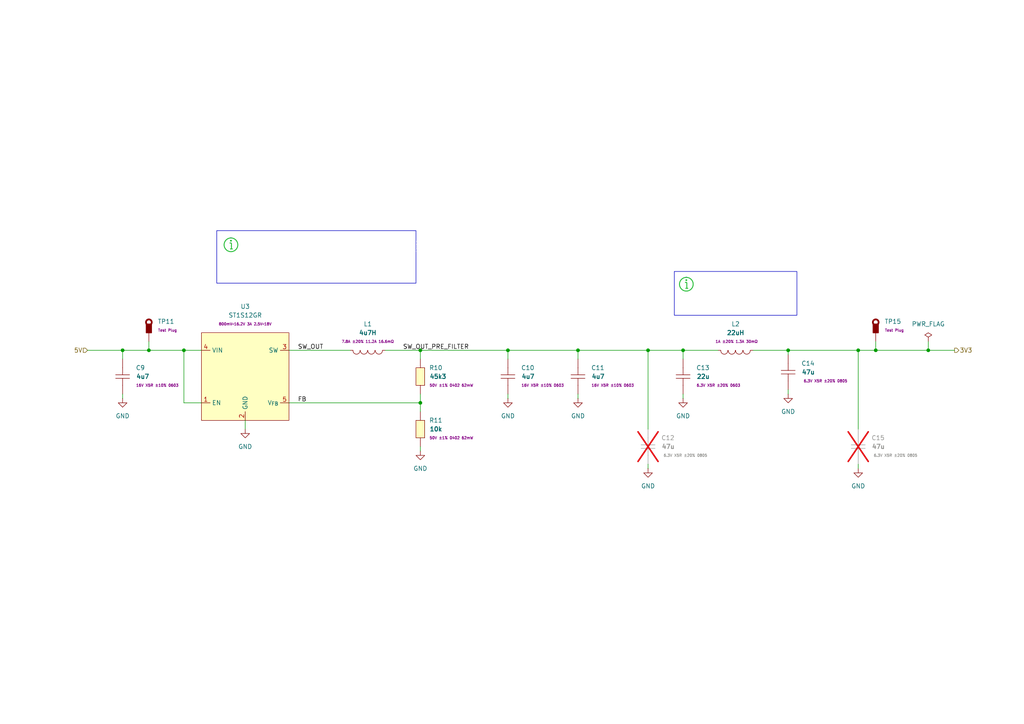
<source format=kicad_sch>
(kicad_sch (version 20231120) (generator "eeschema") (generator_version "8.0")
  (paper "A4")
  (lib_symbols
    (symbol "EASYEDA2KICAD:C_22uF_X5R_0603" (pin_numbers hide) (pin_names hide)
      (property "Reference" "C" (at 0 8.89 0))
      (property "Value" "22u" (at 0 6.35 0))
      (property "Extra Values" "6.3V X5R ±20% 0603" (at 0 3.81 0))
      (symbol "C_22uF_X5R_0603_0_1"
        (polyline (pts (xy -0.51 -2.03) (xy -0.51 2.03)))
        (polyline (pts (xy -0.51 0) (xy -2.54 0)))
        (polyline (pts (xy 0.51 2.03) (xy 0.51 -2.03)))
        (polyline (pts (xy 2.54 0) (xy 0.51 0)))
      )
      (symbol "C_22uF_X5R_0603_1_1"
        (pin passive line (at -5.08 0 0) (length 2.54) (name "1") (number "1"))
        (pin passive line (at 5.08 0 180) (length 2.54) (name "2") (number "2"))
      )
    )
    (symbol "EASYEDA2KICAD:C_47u_X5R_0805" (pin_numbers hide) (pin_names hide)
      (property "Reference" "C" (at 0 8.89 0))
      (property "Value" "47u" (at 0 6.35 0))
      (property "Extra Values" " 6.3V X5R ±20% 0805" (at 0 3.81 0))
      (symbol "C_47u_X5R_0805_0_1"
        (polyline (pts (xy -2.54 0) (xy -0.51 0)))
        (polyline (pts (xy -0.51 2.03) (xy -0.51 -2.03)))
        (polyline (pts (xy 0.51 0) (xy 2.54 0)))
        (polyline (pts (xy 0.51 2.03) (xy 0.51 -2.03)))
      )
      (symbol "C_47u_X5R_0805_1_1"
        (pin passive line (at -5.08 0 0) (length 2.54) (name "1") (number "1"))
        (pin passive line (at 5.08 0 180) (length 2.54) (name "2") (number "2"))
      )
    )
    (symbol "EASYEDA2KICAD:C_4u7_X5R_0603" (pin_numbers hide) (pin_names hide)
      (property "Reference" "C" (at 0 8.89 0))
      (property "Value" "4u7" (at 0 6.35 0))
      (property "Extra Values" "16V X5R ±10% 0603" (at 0 3.81 0))
      (symbol "C_4u7_X5R_0603_0_1"
        (polyline (pts (xy -2.54 0) (xy -0.51 0)))
        (polyline (pts (xy -0.51 2.03) (xy -0.51 -2.03)))
        (polyline (pts (xy 0.51 0) (xy 2.54 0)))
        (polyline (pts (xy 0.51 2.03) (xy 0.51 -2.03)))
      )
      (symbol "C_4u7_X5R_0603_1_1"
        (pin passive line (at -5.08 0 0) (length 2.54) (name "1") (number "1"))
        (pin passive line (at 5.08 0 180) (length 2.54) (name "2") (number "2"))
      )
    )
    (symbol "EASYEDA2KICAD:DC_DC_Step_Down_Converter_ST1S12GR"
      (property "Reference" "U" (at 0 22.86 0))
      (property "Value" "ST1S12GR" (at 0 19.05 0))
      (property "Extra Values" "800mV~16.2V 3A 2.5V~18V" (at 0 15.24 0))
      (symbol "DC_DC_Step_Down_Converter_ST1S12GR_0_1"
        (rectangle (start -12.7 12.7) (end 12.7 -12.7) (fill (type background)))
      )
      (symbol "DC_DC_Step_Down_Converter_ST1S12GR_1_1"
        (pin input line (at -12.7 -7.62 0) (length 2.54) (name "EN") (number "1"))
        (pin power_in line (at 0 -12.7 90) (length 2.54) (name "GND") (number "2"))
        (pin output line (at 12.7 7.62 180) (length 2.54) (name "SW") (number "3"))
        (pin power_in line (at -12.7 7.62 0) (length 2.54) (name "VIN") (number "4"))
        (pin input line (at 12.7 -7.62 180) (length 2.54) (name "V_{FB}") (number "5"))
      )
    )
    (symbol "EASYEDA2KICAD:L_22u_1A_ SWPA4030S220MT" (pin_numbers hide) (pin_names hide)
      (property "Reference" "L" (at 0 7.62 0))
      (property "Value" "22uH" (at 0 5.08 0))
      (property "Extra Values" " 1A ±20% 1.3A 30mΩ" (at 0 2.54 0))
      (symbol "L_22u_1A_ SWPA4030S220MT_0_1"
        (arc (start -4.29 -0.02) (mid -2.52 -0.79) (end -2.27 -0.02))
        (arc (start -2.13 -0.02) (mid -0.36 -0.79) (end -0.11 -0.02))
        (arc (start 0.02 -0.02) (mid 1.79 -0.79) (end 2.04 -0.02))
        (arc (start 2.21 -0.02) (mid 3.3 -1.12) (end 4.23 -0.02))
      )
      (symbol "L_22u_1A_ SWPA4030S220MT_1_1"
        (pin passive line (at -5.08 0 0) (length 0.762) (name "1") (number "1"))
        (pin passive line (at 5.08 0 180) (length 0.762) (name "2") (number "2"))
      )
    )
    (symbol "EASYEDA2KICAD:L_4u7_7.8A_SPM7054VT-4R7M-D" (pin_numbers hide) (pin_names hide)
      (property "Reference" "L" (at 0 7.62 0))
      (property "Value" "4u7H" (at 0 5.08 0))
      (property "Extra Value" "7.8A ±20% 11.2A 16.6mΩ" (at 0 2.54 0))
      (symbol "L_4u7_7.8A_SPM7054VT-4R7M-D_0_1"
        (arc (start -4.29 -0.02) (mid -2.81 -1.01) (end -2.27 -0.02))
        (arc (start -2.13 -0.02) (mid -0.66 -1.01) (end -0.11 -0.02))
        (arc (start 0.02 -0.02) (mid 1.49 -1.01) (end 2.04 -0.02))
        (arc (start 2.21 -0.02) (mid 3.68 -1.01) (end 4.23 -0.02))
      )
      (symbol "L_4u7_7.8A_SPM7054VT-4R7M-D_1_1"
        (pin passive line (at -5.08 0 0) (length 0.762) (name "1") (number "1"))
        (pin passive line (at 5.08 0 180) (length 0.762) (name "2") (number "2"))
      )
    )
    (symbol "EASYEDA2KICAD:R_10kOhm_0402_62mW" (pin_numbers hide) (pin_names hide)
      (property "Reference" "R" (at 0 7.62 0))
      (property "Value" "10k" (at 0 5.08 0))
      (property "Extra Values" "50V ±1% 0402 62mW" (at 0 2.54 0))
      (symbol "R_10kOhm_0402_62mW_0_1"
        (rectangle (start -2.54 1.27) (end 2.54 -1.27) (fill (type background)))
      )
      (symbol "R_10kOhm_0402_62mW_1_1"
        (pin passive line (at -5.08 0 0) (length 2.54) (name "1") (number "1"))
        (pin passive line (at 5.08 0 180) (length 2.54) (name "2") (number "2"))
      )
    )
    (symbol "EASYEDA2KICAD:R_45k3Ohm_0402_62mW" (pin_numbers hide) (pin_names hide)
      (property "Reference" "R" (at 0 7.62 0))
      (property "Value" "45k3" (at 0 5.08 0))
      (property "Extra Values" "50V ±1% 0402 62mW" (at 0 2.54 0))
      (symbol "R_45k3Ohm_0402_62mW_0_1"
        (rectangle (start -2.54 1.27) (end 2.54 -1.27) (fill (type background)))
      )
      (symbol "R_45k3Ohm_0402_62mW_1_1"
        (pin passive line (at -5.08 0 0) (length 2.54) (name "1") (number "1"))
        (pin passive line (at 5.08 0 180) (length 2.54) (name "2") (number "2"))
      )
    )
    (symbol "EASYEDA2KICAD:TestPoint_Thimble" (pin_numbers hide) (pin_names hide)
      (property "Reference" "TP" (at 0 9.5043 0))
      (property "Extra Values" "Test Plug" (at 0 7.62 0))
      (symbol "TestPoint_Thimble_1_1"
        (rectangle (start -0.762 5.08) (end 0.762 2.54) (stroke (width 0.254)) (fill (type outline)))
        (arc (start 0.508 4.9323) (mid 0 6.4175) (end -0.508 4.9323) (stroke (width 0.508)))
        (pin passive line (at 0 0 90) (length 2.54) (name "1") (number "1"))
      )
    )
    (symbol "power:GND" (power) (pin_numbers hide) (pin_names (offset 0) hide)
      (property "Value" "GND" (at 0 -3.81 0))
      (symbol "GND_0_1"
        (polyline (pts (xy 0 0) (xy 0 -1.27) (xy 1.27 -1.27) (xy 0 -2.54) (xy -1.27 -1.27) (xy 0 -1.27)))
      )
      (symbol "GND_1_1"
        (pin power_in line (at 0 0 270) (length 0) (name "~") (number "1"))
      )
    )
    (symbol "power:PWR_FLAG" (power) (pin_numbers hide) (pin_names (offset 0) hide)
      (property "Value" "PWR_FLAG" (at 0 3.81 0))
      (symbol "PWR_FLAG_0_0"
        (pin power_out line (at 0 0 90) (length 0) (name "~") (number "1"))
      )
      (symbol "PWR_FLAG_0_1"
        (polyline (pts (xy 0 0) (xy 0 1.27) (xy -1.016 1.905) (xy 0 2.54) (xy 1.016 1.905) (xy 0 1.27)))
      )
    )
  )
  (junction (at 198.12 101.6))
  (junction (at 35.56 101.6))
  (junction (at 187.96 101.6))
  (junction (at 121.92 101.6))
  (junction (at 53.34 101.6))
  (junction (at 269.24 101.6))
  (junction (at 248.92 101.6))
  (junction (at 43.18 101.6))
  (junction (at 167.64 101.6))
  (junction (at 121.92 116.84))
  (junction (at 147.32 101.6))
  (junction (at 228.6 101.6))
  (junction (at 254 101.6))
  (wire (pts (xy 228.6 101.6) (xy 248.92 101.6)))
  (wire (pts (xy 187.96 101.6) (xy 198.12 101.6)))
  (wire (pts (xy 43.18 101.6) (xy 35.56 101.6)))
  (wire (pts (xy 147.32 115.57) (xy 147.32 114.3)))
  (wire (pts (xy 228.6 102.87) (xy 228.6 101.6)))
  (wire (pts (xy 121.92 130.81) (xy 121.92 129.54)))
  (wire (pts (xy 228.6 114.3) (xy 228.6 113.03)))
  (wire (pts (xy 111.76 101.6) (xy 121.92 101.6)))
  (wire (pts (xy 121.92 114.3) (xy 121.92 116.84)))
  (wire (pts (xy 43.18 101.6) (xy 53.34 101.6)))
  (wire (pts (xy 198.12 115.57) (xy 198.12 114.3)))
  (wire (pts (xy 53.34 101.6) (xy 53.34 116.84)))
  (wire (pts (xy 43.18 99.06) (xy 43.18 101.6)))
  (wire (pts (xy 248.92 135.89) (xy 248.92 134.62)))
  (wire (pts (xy 198.12 104.14) (xy 198.12 101.6)))
  (wire (pts (xy 71.12 121.92) (xy 71.12 124.46)))
  (wire (pts (xy 187.96 135.89) (xy 187.96 134.62)))
  (wire (pts (xy 35.56 101.6) (xy 35.56 104.14)))
  (wire (pts (xy 25.4 101.6) (xy 35.56 101.6)))
  (wire (pts (xy 248.92 124.46) (xy 248.92 101.6)))
  (wire (pts (xy 121.92 116.84) (xy 121.92 119.38)))
  (wire (pts (xy 35.56 115.57) (xy 35.56 114.3)))
  (wire (pts (xy 121.92 101.6) (xy 147.32 101.6)))
  (wire (pts (xy 269.24 99.06) (xy 269.24 101.6)))
  (wire (pts (xy 254 101.6) (xy 269.24 101.6)))
  (wire (pts (xy 218.44 101.6) (xy 228.6 101.6)))
  (wire (pts (xy 254 99.06) (xy 254 101.6)))
  (wire (pts (xy 53.34 116.84) (xy 58.42 116.84)))
  (polyline (pts (xy 199.0667 80.32) (xy 199.0667 80.32)) (stroke (width -0.0001) (type solid)))
  (wire (pts (xy 147.32 101.6) (xy 167.64 101.6)))
  (wire (pts (xy 121.92 104.14) (xy 121.92 101.6)))
  (wire (pts (xy 167.64 115.57) (xy 167.64 114.3)))
  (wire (pts (xy 187.96 124.46) (xy 187.96 101.6)))
  (wire (pts (xy 83.82 116.84) (xy 121.92 116.84)))
  (wire (pts (xy 198.12 101.6) (xy 208.28 101.6)))
  (wire (pts (xy 248.92 101.6) (xy 254 101.6)))
  (polyline (pts (xy 66.9867 68.89) (xy 66.9867 68.89)) (stroke (width -0.0001) (type solid)))
  (wire (pts (xy 147.32 104.14) (xy 147.32 101.6)))
  (wire (pts (xy 53.34 101.6) (xy 58.42 101.6)))
  (wire (pts (xy 101.6 101.6) (xy 83.82 101.6)))
  (wire (pts (xy 269.24 101.6) (xy 276.86 101.6)))
  (wire (pts (xy 167.64 101.6) (xy 187.96 101.6)))
  (wire (pts (xy 167.64 104.14) (xy 167.64 101.6)))
  (polyline (pts (xy 199.1716 80.3226) (xy 199.2759 80.3304) (xy 199.3792 80.3432) (xy 199.4815 80.361) (xy 199.5826 80.3838) (xy 199.6823 80.4115) (xy 199.7804 80.4439) (xy 199.8767 80.4811) (xy 199.9711 80.5229) (xy 200.0634 80.5694) (xy 200.1534 80.6203) (xy 200.241 80.6756) (xy 200.326 80.7353) (xy 200.4081 80.7993) (xy 200.4873 80.8676) (xy 200.5634 80.94) (xy 200.6358 81.016) (xy 200.704 81.0952) (xy 200.768 81.1774) (xy 200.8277 81.2623) (xy 200.8831 81.3499) (xy 200.934 81.4399) (xy 200.9804 81.5323) (xy 201.0222 81.6267) (xy 201.0594 81.723) (xy 201.0918 81.8211) (xy 201.1195 81.9207) (xy 201.1423 82.0218) (xy 201.1601 82.1241) (xy 201.173 82.2275) (xy 201.1807 82.3317) (xy 201.1833 82.4367) (xy 201.1818 82.5167) (xy 201.1773 82.5961) (xy 201.1699 82.6749) (xy 201.1596 82.7531) (xy 201.1465 82.8304) (xy 201.1305 82.907) (xy 201.1118 82.9826) (xy 201.0904 83.0573) (xy 201.0663 83.131) (xy 201.0396 83.2036) (xy 201.0103 83.275) (xy 200.9784 83.3452) (xy 200.9441 83.4142) (xy 200.9073 83.4818) (xy 200.8682 83.5479) (xy 200.8266 83.6126) (xy 200.7827 83.6758) (xy 200.7366 83.7373) (xy 200.6882 83.7971) (xy 200.6377 83.8552) (xy 200.585 83.9115) (xy 200.5302 83.9659) (xy 200.4734 84.0184) (xy 200.4145 84.0688) (xy 200.3537 84.1172) (xy 200.291 84.1634) (xy 200.2264 84.2075) (xy 200.1599 84.2492) (xy 200.0917 84.2887) (xy 200.0217 84.3257) (xy 199.95 84.3602) (xy 199.8767 84.3922) (xy 199.7271 84.4477) (xy 199.5753 84.4914) (xy 199.422 84.5234) (xy 199.2677 84.5439) (xy 199.1131 84.5529) (xy 198.9589 84.5506) (xy 198.8055 84.5372) (xy 198.6537 84.5127) (xy 198.5041 84.4772) (xy 198.3573 84.431) (xy 198.2139 84.374) (xy 198.0745 84.3065) (xy 197.9398 84.2286) (xy 197.8104 84.1403) (xy 197.6869 84.0419) (xy 197.57 83.9334) (xy 197.4614 83.8164) (xy 197.363 83.6929) (xy 197.2747 83.5635) (xy 197.1968 83.4288) (xy 197.1293 83.2894) (xy 197.0724 83.146) (xy 197.0261 82.9992) (xy 196.9907 82.8496) (xy 196.9662 82.6978) (xy 196.9527 82.5445) (xy 196.9517 82.4773) (xy 197.215 82.4773) (xy 197.2229 82.6126) (xy 197.2408 82.7476) (xy 197.2688 82.8817) (xy 197.307 83.0145) (xy 197.3556 83.1454) (xy 197.4138 83.2723) (xy 197.4807 83.3933) (xy 197.5557 83.5079) (xy 197.6385 83.616) (xy 197.7286 83.7173) (xy 197.8254 83.8113) (xy 197.9286 83.8979) (xy 198.0377 83.9766) (xy 198.1522 84.0473) (xy 198.2717 84.1095) (xy 198.3956 84.163) (xy 198.5236 84.2074) (xy 198.6552 84.2425) (xy 198.7898 84.268) (xy 198.9272 84.2835) (xy 199.0667 84.2887) (xy 199.1585 84.2865) (xy 199.2497 84.2797) (xy 199.3402 84.2685) (xy 199.4297 84.2528) (xy 199.5181 84.2329) (xy 199.6053 84.2087) (xy 199.6911 84.1803) (xy 199.7754 84.1478) (xy 199.858 84.1112) (xy 199.9388 84.0706) (xy 200.0176 84.026) (xy 200.0942 83.9776) (xy 200.1685 83.9253) (xy 200.2404 83.8693) (xy 200.3097 83.8096) (xy 200.3763 83.7463) (xy 200.4396 83.6797) (xy 200.4993 83.6104) (xy 200.5553 83.5385) (xy 200.6076 83.4642) (xy 200.656 83.3876) (xy 200.7006 83.3088) (xy 200.7412 83.228) (xy 200.7778 83.1454) (xy 200.8103 83.0611) (xy 200.8387 82.9753) (xy 200.8629 82.8881) (xy 200.8828 82.7997) (xy 200.8985 82.7102) (xy 200.9097 82.6197) (xy 200.9165 82.5285) (xy 200.9187 82.4367) (xy 200.9174 82.3667) (xy 200.9135 82.2972) (xy 200.907 82.2282) (xy 200.898 82.1598) (xy 200.8865 82.0921) (xy 200.8725 82.0252) (xy 200.8562 81.959) (xy 200.8374 81.8936) (xy 200.8163 81.8291) (xy 200.793 81.7656) (xy 200.7673 81.7031) (xy 200.7395 81.6417) (xy 200.7094 81.5813) (xy 200.6773 81.5222) (xy 200.643 81.4643) (xy 200.6066 81.4077) (xy 200.5682 81.3525) (xy 200.5279 81.2986) (xy 200.4855 81.2463) (xy 200.4413 81.1954) (xy 200.3952 81.1462) (xy 200.3473 81.0986) (xy 200.2975 81.0527) (xy 200.246 81.0085) (xy 200.1928 80.9662) (xy 200.1379 80.9257) (xy 200.0814 80.8872) (xy 200.0233 80.8507) (xy 199.9636 80.8162) (xy 199.9023 80.7838) (xy 199.8396 80.7536) (xy 199.7754 80.7256) (xy 199.6445 80.677) (xy 199.5117 80.6388) (xy 199.3776 80.6108) (xy 199.2426 80.5929) (xy 199.1073 80.585) (xy 198.9723 80.587) (xy 198.8382 80.5987) (xy 198.7053 80.6202) (xy 198.5744 80.6512) (xy 198.446 80.6917) (xy 198.3205 80.7415) (xy 198.1986 80.8005) (xy 198.0807 80.8687) (xy 197.9675 80.946) (xy 197.8594 81.0321) (xy 197.757 81.127) (xy 197.6621 81.2294) (xy 197.576 81.3375) (xy 197.4987 81.4507) (xy 197.4305 81.5686) (xy 197.3715 81.6905) (xy 197.3217 81.816) (xy 197.2812 81.9444) (xy 197.2502 82.0753) (xy 197.2287 82.2082) (xy 197.217 82.3423) (xy 197.215 82.4773) (xy 196.9517 82.4773) (xy 196.9504 82.3902) (xy 196.9595 82.2356) (xy 196.9799 82.0814) (xy 197.0119 81.928) (xy 197.0556 81.7763) (xy 197.1111 81.6267) (xy 197.1777 81.4816) (xy 197.2541 81.3434) (xy 197.3399 81.2124) (xy 197.4345 81.0888) (xy 197.5374 80.9731) (xy 197.6481 80.8656) (xy 197.766 80.7667) (xy 197.8907 80.6767) (xy 198.0216 80.596) (xy 198.1581 80.5249) (xy 198.2997 80.4637) (xy 198.446 80.4129) (xy 198.5964 80.3728) (xy 198.7503 80.3437) (xy 198.9072 80.326) (xy 199.0667 80.32) (xy 199.1716 80.3226)) (stroke (width -0.0001) (type solid)) (fill (type color) (color 34 187 51 1)))
  (polyline (pts (xy 199.0798 81.7755) (xy 199.0928 81.7765) (xy 199.1057 81.7781) (xy 199.1185 81.7803) (xy 199.1312 81.7832) (xy 199.1436 81.7866) (xy 199.1559 81.7907) (xy 199.1679 81.7953) (xy 199.1797 81.8006) (xy 199.1913 81.8064) (xy 199.2025 81.8127) (xy 199.2135 81.8197) (xy 199.2241 81.8271) (xy 199.2343 81.8351) (xy 199.2442 81.8437) (xy 199.2538 81.8527) (xy 199.2628 81.8622) (xy 199.2713 81.8721) (xy 199.2793 81.8824) (xy 199.2868 81.893) (xy 199.2937 81.9039) (xy 199.3001 81.9152) (xy 199.3059 81.9267) (xy 199.3111 81.9385) (xy 199.3158 81.9506) (xy 199.3198 81.9628) (xy 199.3233 81.9753) (xy 199.3261 81.9879) (xy 199.3284 82.0007) (xy 199.33 82.0136) (xy 199.3309 82.0267) (xy 199.3312 82.0398) (xy 199.3312 83.495) (xy 199.5958 83.495) (xy 199.5958 83.7596) (xy 198.8021 83.7596) (xy 198.8021 83.495) (xy 199.0667 83.495) (xy 199.0667 82.0398) (xy 198.6698 82.0398) (xy 198.6698 81.7752) (xy 199.0667 81.7752) (xy 199.0798 81.7755)) (stroke (width -0.0001) (type solid)) (fill (type color) (color 34 187 51 1)))
  (rectangle (start 195.58 78.74) (end 231.14 91.44))
  (rectangle (start 62.87 66.89) (end 120.65 82.13))
  (polyline (pts (xy 67.0003 69.5518) (xy 67.0137 69.5528) (xy 67.027 69.5545) (xy 67.04 69.5568) (xy 67.0528 69.5598) (xy 67.0653 69.5634) (xy 67.0776 69.5675) (xy 67.0897 69.5723) (xy 67.1014 69.5775) (xy 67.1128 69.5834) (xy 67.1239 69.5898) (xy 67.1346 69.5966) (xy 67.145 69.604) (xy 67.155 69.6119) (xy 67.1646 69.6202) (xy 67.1738 69.629) (xy 67.1825 69.6381) (xy 67.1908 69.6477) (xy 67.1987 69.6577) (xy 67.2061 69.6681) (xy 67.2129 69.6788) (xy 67.2193 69.6899) (xy 67.2252 69.7013) (xy 67.2305 69.7131) (xy 67.2352 69.7251) (xy 67.2394 69.7374) (xy 67.2429 69.7499) (xy 67.2459 69.7627) (xy 67.2482 69.7757) (xy 67.2499 69.789) (xy 67.2509 69.8024) (xy 67.2512 69.816) (xy 67.2509 69.8297) (xy 67.2499 69.8431) (xy 67.2482 69.8563) (xy 67.2459 69.8694) (xy 67.2429 69.8822) (xy 67.2394 69.8947) (xy 67.2352 69.907) (xy 67.2305 69.919) (xy 67.2252 69.9307) (xy 67.2193 69.9422) (xy 67.2129 69.9532) (xy 67.2061 69.964) (xy 67.1987 69.9743) (xy 67.1908 69.9843) (xy 67.1825 69.9939) (xy 67.1738 70.0031) (xy 67.1646 70.0119) (xy 67.155 70.0202) (xy 67.145 70.0281) (xy 67.1346 70.0354) (xy 67.1239 70.0423) (xy 67.1128 70.0487) (xy 67.1014 70.0545) (xy 67.0897 70.0598) (xy 67.0776 70.0646) (xy 67.0653 70.0687) (xy 67.0528 70.0723) (xy 67.04 70.0752) (xy 67.027 70.0776) (xy 67.0137 70.0793) (xy 67.0003 70.0803) (xy 66.9867 70.0806) (xy 66.9731 70.0803) (xy 66.9596 70.0793) (xy 66.9464 70.0776) (xy 66.9333 70.0752) (xy 66.9205 70.0723) (xy 66.908 70.0687) (xy 66.8957 70.0646) (xy 66.8837 70.0598) (xy 66.872 70.0545) (xy 66.8606 70.0487) (xy 66.8495 70.0423) (xy 66.8387 70.0354) (xy 66.8284 70.0281) (xy 66.8184 70.0202) (xy 66.8088 70.0119) (xy 66.7996 70.0031) (xy 66.7908 69.9939) (xy 66.7825 69.9843) (xy 66.7746 69.9743) (xy 66.7673 69.964) (xy 66.7604 69.9532) (xy 66.754 69.9422) (xy 66.7482 69.9307) (xy 66.7429 69.919) (xy 66.7381 69.907) (xy 66.734 69.8947) (xy 66.7304 69.8822) (xy 66.7275 69.8694) (xy 66.7251 69.8563) (xy 66.7234 69.8431) (xy 66.7224 69.8297) (xy 66.7221 69.816) (xy 66.7224 69.8024) (xy 66.7234 69.789) (xy 66.7251 69.7757) (xy 66.7275 69.7627) (xy 66.7304 69.7499) (xy 66.734 69.7374) (xy 66.7381 69.7251) (xy 66.7429 69.7131) (xy 66.7482 69.7013) (xy 66.754 69.6899) (xy 66.7604 69.6788) (xy 66.7673 69.6681) (xy 66.7746 69.6577) (xy 66.7825 69.6477) (xy 66.7908 69.6381) (xy 66.7996 69.629) (xy 66.8088 69.6202) (xy 66.8184 69.6119) (xy 66.8284 69.604) (xy 66.8387 69.5966) (xy 66.8495 69.5898) (xy 66.8606 69.5834) (xy 66.872 69.5775) (xy 66.8837 69.5723) (xy 66.8957 69.5675) (xy 66.908 69.5634) (xy 66.9205 69.5598) (xy 66.9333 69.5568) (xy 66.9464 69.5545) (xy 66.9596 69.5528) (xy 66.9731 69.5518) (xy 66.9867 69.5515) (xy 67.0003 69.5518)) (stroke (width -0.0001) (type solid)) (fill (type color) (color 34 187 51 1)))
  (polyline (pts (xy 199.0803 80.9818) (xy 199.0937 80.9828) (xy 199.107 80.9845) (xy 199.12 80.9868) (xy 199.1328 80.9898) (xy 199.1453 80.9934) (xy 199.1576 80.9975) (xy 199.1697 81.0023) (xy 199.1814 81.0075) (xy 199.1928 81.0134) (xy 199.2039 81.0198) (xy 199.2146 81.0266) (xy 199.225 81.034) (xy 199.235 81.0419) (xy 199.2446 81.0502) (xy 199.2538 81.059) (xy 199.2625 81.0681) (xy 199.2708 81.0777) (xy 199.2787 81.0877) (xy 199.2861 81.0981) (xy 199.2929 81.1088) (xy 199.2993 81.1199) (xy 199.3052 81.1313) (xy 199.3105 81.1431) (xy 199.3152 81.1551) (xy 199.3194 81.1674) (xy 199.3229 81.1799) (xy 199.3259 81.1927) (xy 199.3282 81.2057) (xy 199.3299 81.219) (xy 199.3309 81.2324) (xy 199.3312 81.246) (xy 199.3309 81.2597) (xy 199.3299 81.2731) (xy 199.3282 81.2863) (xy 199.3259 81.2994) (xy 199.3229 81.3122) (xy 199.3194 81.3247) (xy 199.3152 81.337) (xy 199.3105 81.349) (xy 199.3052 81.3607) (xy 199.2993 81.3722) (xy 199.2929 81.3832) (xy 199.2861 81.394) (xy 199.2787 81.4043) (xy 199.2708 81.4143) (xy 199.2625 81.4239) (xy 199.2538 81.4331) (xy 199.2446 81.4419) (xy 199.235 81.4502) (xy 199.225 81.4581) (xy 199.2146 81.4654) (xy 199.2039 81.4723) (xy 199.1928 81.4787) (xy 199.1814 81.4845) (xy 199.1697 81.4898) (xy 199.1576 81.4946) (xy 199.1453 81.4987) (xy 199.1328 81.5023) (xy 199.12 81.5052) (xy 199.107 81.5076) (xy 199.0937 81.5093) (xy 199.0803 81.5103) (xy 199.0667 81.5106) (xy 199.0531 81.5103) (xy 199.0396 81.5093) (xy 199.0264 81.5076) (xy 199.0133 81.5052) (xy 199.0005 81.5023) (xy 198.988 81.4987) (xy 198.9757 81.4946) (xy 198.9637 81.4898) (xy 198.952 81.4845) (xy 198.9406 81.4787) (xy 198.9295 81.4723) (xy 198.9187 81.4654) (xy 198.9084 81.4581) (xy 198.8984 81.4502) (xy 198.8888 81.4419) (xy 198.8796 81.4331) (xy 198.8708 81.4239) (xy 198.8625 81.4143) (xy 198.8546 81.4043) (xy 198.8473 81.394) (xy 198.8404 81.3832) (xy 198.834 81.3722) (xy 198.8282 81.3607) (xy 198.8229 81.349) (xy 198.8181 81.337) (xy 198.814 81.3247) (xy 198.8104 81.3122) (xy 198.8075 81.2994) (xy 198.8051 81.2863) (xy 198.8034 81.2731) (xy 198.8024 81.2597) (xy 198.8021 81.246) (xy 198.8024 81.2324) (xy 198.8034 81.219) (xy 198.8051 81.2057) (xy 198.8075 81.1927) (xy 198.8104 81.1799) (xy 198.814 81.1674) (xy 198.8181 81.1551) (xy 198.8229 81.1431) (xy 198.8282 81.1313) (xy 198.834 81.1199) (xy 198.8404 81.1088) (xy 198.8473 81.0981) (xy 198.8546 81.0877) (xy 198.8625 81.0777) (xy 198.8708 81.0681) (xy 198.8796 81.059) (xy 198.8888 81.0502) (xy 198.8984 81.0419) (xy 198.9084 81.034) (xy 198.9187 81.0266) (xy 198.9295 81.0198) (xy 198.9406 81.0134) (xy 198.952 81.0075) (xy 198.9637 81.0023) (xy 198.9757 80.9975) (xy 198.988 80.9934) (xy 199.0005 80.9898) (xy 199.0133 80.9868) (xy 199.0264 80.9845) (xy 199.0396 80.9828) (xy 199.0531 80.9818) (xy 199.0667 80.9815) (xy 199.0803 80.9818)) (stroke (width -0.0001) (type solid)) (fill (type color) (color 34 187 51 1)))
  (polyline (pts (xy 67.0916 68.8926) (xy 67.1959 68.9004) (xy 67.2992 68.9132) (xy 67.4015 68.931) (xy 67.5026 68.9538) (xy 67.6023 68.9815) (xy 67.7004 69.0139) (xy 67.7967 69.0511) (xy 67.8911 69.0929) (xy 67.9834 69.1394) (xy 68.0734 69.1903) (xy 68.161 69.2456) (xy 68.246 69.3053) (xy 68.3281 69.3693) (xy 68.4073 69.4376) (xy 68.4834 69.51) (xy 68.5558 69.586) (xy 68.624 69.6652) (xy 68.688 69.7474) (xy 68.7477 69.8323) (xy 68.8031 69.9199) (xy 68.854 70.0099) (xy 68.9004 70.1023) (xy 68.9422 70.1967) (xy 68.9794 70.293) (xy 69.0118 70.3911) (xy 69.0395 70.4907) (xy 69.0623 70.5918) (xy 69.0801 70.6941) (xy 69.093 70.7975) (xy 69.1007 70.9017) (xy 69.1033 71.0067) (xy 69.1018 71.0867) (xy 69.0973 71.1661) (xy 69.0899 71.2449) (xy 69.0796 71.3231) (xy 69.0665 71.4004) (xy 69.0505 71.477) (xy 69.0318 71.5526) (xy 69.0104 71.6273) (xy 68.9863 71.701) (xy 68.9596 71.7736) (xy 68.9303 71.845) (xy 68.8984 71.9152) (xy 68.8641 71.9842) (xy 68.8273 72.0518) (xy 68.7882 72.1179) (xy 68.7466 72.1826) (xy 68.7027 72.2458) (xy 68.6566 72.3073) (xy 68.6082 72.3671) (xy 68.5577 72.4252) (xy 68.505 72.4815) (xy 68.4502 72.5359) (xy 68.3934 72.5884) (xy 68.3345 72.6388) (xy 68.2737 72.6872) (xy 68.211 72.7334) (xy 68.1464 72.7775) (xy 68.0799 72.8192) (xy 68.0117 72.8587) (xy 67.9417 72.8957) (xy 67.87 72.9302) (xy 67.7967 72.9622) (xy 67.6471 73.0177) (xy 67.4953 73.0614) (xy 67.342 73.0934) (xy 67.1877 73.1139) (xy 67.0331 73.1229) (xy 66.8789 73.1206) (xy 66.7255 73.1072) (xy 66.5737 73.0827) (xy 66.4241 73.0472) (xy 66.2773 73.001) (xy 66.1339 72.944) (xy 65.9945 72.8765) (xy 65.8598 72.7986) (xy 65.7304 72.7103) (xy 65.6069 72.6119) (xy 65.49 72.5034) (xy 65.3814 72.3864) (xy 65.283 72.2629) (xy 65.1947 72.1335) (xy 65.1168 71.9988) (xy 65.0493 71.8594) (xy 64.9924 71.716) (xy 64.9461 71.5692) (xy 64.9107 71.4196) (xy 64.8862 71.2678) (xy 64.8727 71.1145) (xy 64.8717 71.0473) (xy 65.135 71.0473) (xy 65.1429 71.1826) (xy 65.1608 71.3176) (xy 65.1888 71.4517) (xy 65.227 71.5845) (xy 65.2756 71.7154) (xy 65.3338 71.8423) (xy 65.4007 71.9633) (xy 65.4757 72.0779) (xy 65.5585 72.186) (xy 65.6486 72.2873) (xy 65.7454 72.3813) (xy 65.8486 72.4679) (xy 65.9577 72.5466) (xy 66.0722 72.6173) (xy 66.1917 72.6795) (xy 66.3156 72.733) (xy 66.4436 72.7774) (xy 66.5752 72.8125) (xy 66.7098 72.838) (xy 66.8472 72.8535) (xy 66.9867 72.8587) (xy 67.0785 72.8565) (xy 67.1697 72.8497) (xy 67.2602 72.8385) (xy 67.3497 72.8228) (xy 67.4381 72.8029) (xy 67.5253 72.7787) (xy 67.6111 72.7503) (xy 67.6954 72.7178) (xy 67.778 72.6812) (xy 67.8588 72.6406) (xy 67.9376 72.596) (xy 68.0142 72.5476) (xy 68.0885 72.4953) (xy 68.1604 72.4393) (xy 68.2297 72.3796) (xy 68.2963 72.3163) (xy 68.3596 72.2497) (xy 68.4193 72.1804) (xy 68.4753 72.1085) (xy 68.5276 72.0342) (xy 68.576 71.9576) (xy 68.6206 71.8788) (xy 68.6612 71.798) (xy 68.6978 71.7154) (xy 68.7303 71.6311) (xy 68.7587 71.5453) (xy 68.7829 71.4581) (xy 68.8028 71.3697) (xy 68.8185 71.2802) (xy 68.8297 71.1897) (xy 68.8365 71.0985) (xy 68.8387 71.0067) (xy 68.8374 70.9367) (xy 68.8335 70.8672) (xy 68.827 70.7982) (xy 68.818 70.7298) (xy 68.8065 70.6621) (xy 68.7925 70.5952) (xy 68.7762 70.529) (xy 68.7574 70.4636) (xy 68.7363 70.3991) (xy 68.713 70.3356) (xy 68.6873 70.2731) (xy 68.6595 70.2117) (xy 68.6294 70.1513) (xy 68.5973 70.0922) (xy 68.563 70.0343) (xy 68.5266 69.9777) (xy 68.4882 69.9225) (xy 68.4479 69.8686) (xy 68.4055 69.8163) (xy 68.3613 69.7654) (xy 68.3152 69.7162) (xy 68.2673 69.6686) (xy 68.2175 69.6227) (xy 68.166 69.5785) (xy 68.1128 69.5362) (xy 68.0579 69.4957) (xy 68.0014 69.4572) (xy 67.9433 69.4207) (xy 67.8836 69.3862) (xy 67.8223 69.3538) (xy 67.7596 69.3236) (xy 67.6954 69.2956) (xy 67.5645 69.247) (xy 67.4317 69.2088) (xy 67.2976 69.1808) (xy 67.1626 69.1629) (xy 67.0273 69.155) (xy 66.8923 69.157) (xy 66.7582 69.1687) (xy 66.6253 69.1902) (xy 66.4944 69.2212) (xy 66.366 69.2617) (xy 66.2405 69.3115) (xy 66.1186 69.3705) (xy 66.0007 69.4387) (xy 65.8875 69.516) (xy 65.7794 69.6021) (xy 65.677 69.697) (xy 65.5821 69.7994) (xy 65.496 69.9075) (xy 65.4187 70.0207) (xy 65.3505 70.1386) (xy 65.2915 70.2605) (xy 65.2417 70.386) (xy 65.2012 70.5144) (xy 65.1702 70.6453) (xy 65.1487 70.7782) (xy 65.137 70.9123) (xy 65.135 71.0473) (xy 64.8717 71.0473) (xy 64.8704 70.9602) (xy 64.8795 70.8056) (xy 64.8999 70.6514) (xy 64.9319 70.498) (xy 64.9756 70.3463) (xy 65.0311 70.1967) (xy 65.0977 70.0516) (xy 65.1741 69.9134) (xy 65.2599 69.7824) (xy 65.3545 69.6588) (xy 65.4574 69.5431) (xy 65.5681 69.4356) (xy 65.686 69.3367) (xy 65.8107 69.2467) (xy 65.9416 69.166) (xy 66.0781 69.0949) (xy 66.2197 69.0337) (xy 66.366 68.9829) (xy 66.5164 68.9428) (xy 66.6703 68.9137) (xy 66.8272 68.896) (xy 66.9867 68.89) (xy 67.0916 68.8926)) (stroke (width -0.0001) (type solid)) (fill (type color) (color 34 187 51 1)))
  (polyline (pts (xy 66.9998 70.3455) (xy 67.0128 70.3465) (xy 67.0257 70.3481) (xy 67.0385 70.3503) (xy 67.0512 70.3532) (xy 67.0636 70.3566) (xy 67.0759 70.3607) (xy 67.0879 70.3653) (xy 67.0997 70.3706) (xy 67.1113 70.3764) (xy 67.1225 70.3827) (xy 67.1335 70.3897) (xy 67.1441 70.3971) (xy 67.1543 70.4051) (xy 67.1642 70.4137) (xy 67.1738 70.4227) (xy 67.1828 70.4322) (xy 67.1913 70.4421) (xy 67.1993 70.4524) (xy 67.2068 70.463) (xy 67.2137 70.4739) (xy 67.2201 70.4852) (xy 67.2259 70.4967) (xy 67.2311 70.5085) (xy 67.2358 70.5206) (xy 67.2398 70.5328) (xy 67.2433 70.5453) (xy 67.2461 70.5579) (xy 67.2484 70.5707) (xy 67.25 70.5836) (xy 67.2509 70.5967) (xy 67.2512 70.6098) (xy 67.2512 72.065) (xy 67.5158 72.065) (xy 67.5158 72.3296) (xy 66.7221 72.3296) (xy 66.7221 72.065) (xy 66.9867 72.065) (xy 66.9867 70.6098) (xy 66.5898 70.6098) (xy 66.5898 70.3452) (xy 66.9867 70.3452) (xy 66.9998 70.3455)) (stroke (width -0.0001) (type solid)) (fill (type color) (color 34 187 51 1)))
  (text "5V to 3V3 Buck Converter" (at 71.12 72.39 0) (effects (font (size 3 3)) (justify left)))
  (text "VO = VFB [1 + R1 / R2]\nVO = 0.6V * (1 + 10k/45.3k) = 3.318V" (at 64.87 76.14 0) (effects (font (size 1.5 1.5)) (justify left top)))
  (text "Cutoff frequency: 8.76kHz" (at 196.95 87.57 0) (effects (font (size 1.5 1.5)) (justify left top)))
  (text "PI Filter" (at 203.2 83.82 0) (effects (font (size 3 3)) (justify left)))
  (label "SW_OUT_PRE_FILTER" (at 116.84 101.6 0))
  (label "SW_OUT" (at 86.36 101.6 0))
  (label "FB" (at 86.36 116.84 0))
  (hierarchical_label "3V3" (shape output) (at 276.86 101.6 0))
  (hierarchical_label "5V" (shape input) (at 25.4 101.6 180))
  (symbol (lib_id "power:GND") (at 121.92 130.81 0) (unit 1)
    (property "Reference" "#PWR023" (effects (hide yes)))
    (property "Value" "GND" (at 121.92 135.89 0))
    (property "Description" "Power symbol creates a global label with name \"GND\" , ground" (effects (hide yes)))
  )
  (symbol (lib_id "EASYEDA2KICAD:C_47u_X5R_0805") (at 187.96 129.54 90) (unit 1) (in_bom no) (dnp yes)
    (property "Reference" "C12" (at 191.77 126.9999 90) (effects (justify right)))
    (property "Value" "47u" (at 191.77 129.54 90) (effects (font (bold yes)) (justify right)))
    (property "Footprint" "Capacitor_SMD:C_0805_2012Metric_Pad1.18x1.45mm_HandSolder" (effects (hide yes)))
    (property "Datasheet" "https://lcsc.com/product-detail/Multilayer-Ceramic-Capacitors-MLCC-SMD-SMT_SAMSUNG_CL21A476MQYNNNE_47uF-476-20-6-3V_C16780.html" (effects (hide yes)))
    (property "Description" "Multilayer Ceramic Capacitor" (effects (hide yes)))
    (property "LCSC Part" "C16780" (effects (hide yes)))
    (property "Extra Values" " 6.3V X5R ±20% 0805" (at 191.77 132.0799 90) (effects (font (size 0.762 0.762) (bold yes)) (justify right)))
  )
  (symbol (lib_id "power:GND") (at 198.12 115.57 0) (unit 1)
    (property "Reference" "#PWR027" (effects (hide yes)))
    (property "Value" "GND" (at 198.12 120.65 0))
    (property "Description" "Power symbol creates a global label with name \"GND\" , ground" (effects (hide yes)))
  )
  (symbol (lib_id "power:GND") (at 187.96 135.89 0) (unit 1)
    (property "Reference" "#PWR026" (effects (hide yes)))
    (property "Value" "GND" (at 187.96 140.97 0))
    (property "Description" "Power symbol creates a global label with name \"GND\" , ground" (effects (hide yes)))
  )
  (symbol (lib_id "power:GND") (at 228.6 114.3 0) (unit 1)
    (property "Reference" "#PWR028" (effects (hide yes)))
    (property "Value" "GND" (at 228.6 119.38 0))
    (property "Description" "Power symbol creates a global label with name \"GND\" , ground" (effects (hide yes)))
  )
  (symbol (lib_id "EASYEDA2KICAD:C_4u7_X5R_0603") (at 147.32 109.22 90) (unit 1)
    (property "Reference" "C10" (at 151.13 106.6799 90) (effects (justify right)))
    (property "Value" "4u7" (at 151.13 109.22 90) (effects (font (bold yes)) (justify right)))
    (property "Footprint" "Capacitor_SMD:C_0201_0603Metric" (effects (hide yes)))
    (property "Datasheet" "https://lcsc.com/product-detail/Multilayer-Ceramic-Capacitors-MLCC-SMD-SMT_SAMSUNG_CL10A475KO8NNNC_4-7uF-475-10-16V_C19666.html" (effects (hide yes)))
    (property "Description" "Surface mount ceramic multilayer capacitor" (effects (hide yes)))
    (property "LCSC Part" "C19666" (effects (hide yes)))
    (property "Extra Values" "16V X5R ±10% 0603" (at 151.13 111.7599 90) (effects (font (size 0.762 0.762) (bold yes)) (justify right)))
  )
  (symbol (lib_id "EASYEDA2KICAD:C_22uF_X5R_0603") (at 198.12 109.22 90) (unit 1)
    (property "Reference" "C13" (at 201.93 106.6799 90) (effects (justify right)))
    (property "Value" "22u" (at 201.93 109.22 90) (effects (font (bold yes)) (justify right)))
    (property "Footprint" "Capacitor_SMD:C_0603_1608Metric" (effects (hide yes)))
    (property "Datasheet" "https://lcsc.com/product-detail/Multilayer-Ceramic-Capacitors-MLCC-SMD-SMT_SAMSUNG_CL10A226MQ8NRNC_22uF-226-20-6-3V_C59461.html" (effects (hide yes)))
    (property "Description" "Multilayer Ceramic Capacitor" (effects (hide yes)))
    (property "LCSC Part" "C59461" (effects (hide yes)))
    (property "Extra Values" "6.3V X5R ±20% 0603" (at 201.93 111.7599 90) (effects (font (size 0.762 0.762) (bold yes)) (justify right)))
  )
  (symbol (lib_id "EASYEDA2KICAD:C_47u_X5R_0805") (at 248.92 129.54 90) (unit 1) (in_bom no) (dnp yes)
    (property "Reference" "C15" (at 252.73 126.9999 90) (effects (justify right)))
    (property "Value" "47u" (at 252.73 129.54 90) (effects (font (bold yes)) (justify right)))
    (property "Footprint" "Capacitor_SMD:C_0805_2012Metric_Pad1.18x1.45mm_HandSolder" (effects (hide yes)))
    (property "Datasheet" "https://lcsc.com/product-detail/Multilayer-Ceramic-Capacitors-MLCC-SMD-SMT_SAMSUNG_CL21A476MQYNNNE_47uF-476-20-6-3V_C16780.html" (effects (hide yes)))
    (property "Description" "Multilayer Ceramic Capacitor" (effects (hide yes)))
    (property "LCSC Part" "C16780" (effects (hide yes)))
    (property "Extra Values" " 6.3V X5R ±20% 0805" (at 252.73 132.0799 90) (effects (font (size 0.762 0.762) (bold yes)) (justify right)))
  )
  (symbol (lib_id "EASYEDA2KICAD:TestPoint_Thimble") (at 254 99.06 0) (unit 1)
    (property "Reference" "TP15" (at 256.54 93.2476 0) (effects (justify left)))
    (property "Value" "TestPoint_Thimble" (effects (hide yes)))
    (property "Footprint" "TestPoint:TestPoint_Loop_D3.50mm_Drill0.9mm_Beaded" (effects (hide yes)))
    (property "LCSC Part" "C5277086" (effects (hide yes)))
    (property "Extra Values" "Test Plug" (at 256.54 95.7876 0) (effects (font (size 0.762 0.762) (bold yes)) (justify left)))
  )
  (symbol (lib_id "power:GND") (at 167.64 115.57 0) (unit 1)
    (property "Reference" "#PWR025" (effects (hide yes)))
    (property "Value" "GND" (at 167.64 120.65 0))
    (property "Description" "Power symbol creates a global label with name \"GND\" , ground" (effects (hide yes)))
  )
  (symbol (lib_id "EASYEDA2KICAD:L_22u_1A_ SWPA4030S220MT") (at 213.36 101.6 0) (unit 1)
    (property "Reference" "L2" (at 213.36 93.98 0))
    (property "Value" "22uH" (at 213.36 96.52 0) (effects (font (bold yes))))
    (property "Footprint" "EASYEDA2KICAD:IND-SMD_L4.0-W4.0_SLW4010S" (effects (hide yes)))
    (property "Datasheet" "https://lcsc.com/product-detail/Power-Inductors_22uH-20_C83472.html" (effects (hide yes)))
    (property "Description" "SMD Power Inductor" (effects (hide yes)))
    (property "LCSC Part" "C83472" (effects (hide yes)))
    (property "Extra Values" " 1A ±20% 1.3A 30mΩ" (at 213.36 99.06 0) (effects (font (size 0.762 0.762) (bold yes))))
  )
  (symbol (lib_id "power:GND") (at 147.32 115.57 0) (unit 1)
    (property "Reference" "#PWR024" (effects (hide yes)))
    (property "Value" "GND" (at 147.32 120.65 0))
    (property "Description" "Power symbol creates a global label with name \"GND\" , ground" (effects (hide yes)))
  )
  (symbol (lib_id "EASYEDA2KICAD:R_10kOhm_0402_62mW") (at 121.92 124.46 90) (unit 1)
    (property "Reference" "R11" (at 124.46 121.9199 90) (effects (justify right)))
    (property "Value" "10k" (at 124.46 124.46 90) (effects (font (bold yes)) (justify right)))
    (property "Footprint" "Resistor_SMD:R_0402_1005Metric" (effects (hide yes)))
    (property "Datasheet" "https://wmsc.lcsc.com/wmsc/upload/file/pdf/v2/lcsc/2206010100_UNI-ROYAL-Uniroyal-Elec-0402WGF1002TCE_C25744.pdf" (effects (hide yes)))
    (property "Description" "Thick Film Resistors" (effects (hide yes)))
    (property "LCSC Part" "C25744" (effects (hide yes)))
    (property "Extra Values" "50V ±1% 0402 62mW" (at 124.46 126.9999 90) (effects (font (size 0.762 0.762) (bold yes)) (justify right)))
  )
  (symbol (lib_id "power:GND") (at 35.56 115.57 0) (unit 1)
    (property "Reference" "#PWR021" (effects (hide yes)))
    (property "Value" "GND" (at 35.56 120.65 0))
    (property "Description" "Power symbol creates a global label with name \"GND\" , ground" (effects (hide yes)))
  )
  (symbol (lib_id "EASYEDA2KICAD:C_47u_X5R_0805") (at 228.6 107.95 90) (unit 1)
    (property "Reference" "C14" (at 232.41 105.4099 90) (effects (justify right)))
    (property "Value" "47u" (at 232.41 107.95 90) (effects (font (bold yes)) (justify right)))
    (property "Footprint" "Capacitor_SMD:C_0805_2012Metric_Pad1.18x1.45mm_HandSolder" (effects (hide yes)))
    (property "Datasheet" "https://lcsc.com/product-detail/Multilayer-Ceramic-Capacitors-MLCC-SMD-SMT_SAMSUNG_CL21A476MQYNNNE_47uF-476-20-6-3V_C16780.html" (effects (hide yes)))
    (property "Description" "Multilayer Ceramic Capacitor" (effects (hide yes)))
    (property "LCSC Part" "C16780" (effects (hide yes)))
    (property "Extra Values" " 6.3V X5R ±20% 0805" (at 232.41 110.4899 90) (effects (font (size 0.762 0.762) (bold yes)) (justify right)))
  )
  (symbol (lib_id "EASYEDA2KICAD:R_45k3Ohm_0402_62mW") (at 121.92 109.22 90) (unit 1)
    (property "Reference" "R10" (at 124.46 106.6799 90) (effects (justify right)))
    (property "Value" "45k3" (at 124.46 109.22 90) (effects (font (bold yes)) (justify right)))
    (property "Footprint" "Resistor_SMD:R_0402_1005Metric" (effects (hide yes)))
    (property "Datasheet" "https://lcsc.com/product-detail/Chip-Resistor-Surface-Mount-UniOhm_45-3KR-4532-1_C26980.html" (effects (hide yes)))
    (property "Description" "Thick Film Resistors" (effects (hide yes)))
    (property "LCSC Part" "C26980" (effects (hide yes)))
    (property "Extra Values" "50V ±1% 0402 62mW" (at 124.46 111.7599 90) (effects (font (size 0.762 0.762) (bold yes)) (justify right)))
  )
  (symbol (lib_id "EASYEDA2KICAD:L_4u7_7.8A_SPM7054VT-4R7M-D") (at 106.68 101.6 0) (unit 1)
    (property "Reference" "L1" (at 106.68 93.98 0))
    (property "Value" "4u7H" (at 106.68 96.52 0) (effects (font (bold yes))))
    (property "Footprint" "EASYEDA2KICAD:IND-SMD_L7.5-W7.0_SPM7054VT-330M-D" (effects (hide yes)))
    (property "Datasheet" "https://jlcpcb.com/partdetail/Tdk-SPM7054VT_4R7MD/C2047699" (effects (hide yes)))
    (property "Description" "SPM7054VT-4R7M-D" (effects (hide yes)))
    (property "LCSC Part" "C2047699" (effects (hide yes)))
    (property "Extra Value" "7.8A ±20% 11.2A 16.6mΩ" (at 106.68 99.06 0) (effects (font (size 0.762 0.762))))
  )
  (symbol (lib_id "EASYEDA2KICAD:DC_DC_Step_Down_Converter_ST1S12GR") (at 71.12 109.22 0) (unit 1)
    (property "Reference" "U3" (at 71.12 88.9 0))
    (property "Value" "ST1S12GR" (at 71.12 91.44 0))
    (property "Footprint" "Package_TO_SOT_SMD:TSOT-23-5" (effects (hide yes)))
    (property "Datasheet" "https://lcsc.com/product-detail/Others_STMicroelectronics_ST1S12GR_STMicroelectronics-ST1S12GR_C222072.html" (effects (hide yes)))
    (property "Description" "Synchronous rectification with enable, 0.7 A, 1.7 MHz fixed or adjustable step-down switching regulator in TSOT23-5L" (effects (hide yes)))
    (property "LCSC Part" "C222072" (effects (hide yes)))
    (property "Extra Values" "800mV~16.2V 3A 2.5V~18V" (at 71.12 93.98 0) (effects (font (size 0.762 0.762) (bold yes))))
  )
  (symbol (lib_id "power:PWR_FLAG") (at 269.24 99.06 0) (unit 1)
    (property "Reference" "#FLG01" (effects (hide yes)))
    (property "Value" "PWR_FLAG" (at 269.24 93.98 0))
    (property "Description" "Special symbol for telling ERC where power comes from" (effects (hide yes)))
  )
  (symbol (lib_id "power:GND") (at 248.92 135.89 0) (unit 1)
    (property "Reference" "#PWR029" (effects (hide yes)))
    (property "Value" "GND" (at 248.92 140.97 0))
    (property "Description" "Power symbol creates a global label with name \"GND\" , ground" (effects (hide yes)))
  )
  (symbol (lib_id "EASYEDA2KICAD:C_4u7_X5R_0603") (at 35.56 109.22 90) (unit 1)
    (property "Reference" "C9" (at 39.37 106.6799 90) (effects (justify right)))
    (property "Value" "4u7" (at 39.37 109.22 90) (effects (font (bold yes)) (justify right)))
    (property "Footprint" "Capacitor_SMD:C_0201_0603Metric" (effects (hide yes)))
    (property "Datasheet" "https://lcsc.com/product-detail/Multilayer-Ceramic-Capacitors-MLCC-SMD-SMT_SAMSUNG_CL10A475KO8NNNC_4-7uF-475-10-16V_C19666.html" (effects (hide yes)))
    (property "Description" "Surface mount ceramic multilayer capacitor" (effects (hide yes)))
    (property "LCSC Part" "C19666" (effects (hide yes)))
    (property "Extra Values" "16V X5R ±10% 0603" (at 39.37 111.7599 90) (effects (font (size 0.762 0.762) (bold yes)) (justify right)))
  )
  (symbol (lib_id "EASYEDA2KICAD:TestPoint_Thimble") (at 43.18 99.06 0) (unit 1)
    (property "Reference" "TP11" (at 45.72 93.2476 0) (effects (justify left)))
    (property "Value" "TestPoint_Thimble" (effects (hide yes)))
    (property "Footprint" "TestPoint:TestPoint_Loop_D3.50mm_Drill0.9mm_Beaded" (effects (hide yes)))
    (property "LCSC Part" "C5277086" (effects (hide yes)))
    (property "Extra Values" "Test Plug" (at 45.72 95.7876 0) (effects (font (size 0.762 0.762) (bold yes)) (justify left)))
  )
  (symbol (lib_id "power:GND") (at 71.12 124.46 0) (unit 1)
    (property "Reference" "#PWR022" (effects (hide yes)))
    (property "Value" "GND" (at 71.12 129.54 0))
    (property "Description" "Power symbol creates a global label with name \"GND\" , ground" (effects (hide yes)))
  )
  (symbol (lib_id "EASYEDA2KICAD:C_4u7_X5R_0603") (at 167.64 109.22 90) (unit 1)
    (property "Reference" "C11" (at 171.45 106.6799 90) (effects (justify right)))
    (property "Value" "4u7" (at 171.45 109.22 90) (effects (font (bold yes)) (justify right)))
    (property "Footprint" "Capacitor_SMD:C_0201_0603Metric" (effects (hide yes)))
    (property "Datasheet" "https://lcsc.com/product-detail/Multilayer-Ceramic-Capacitors-MLCC-SMD-SMT_SAMSUNG_CL10A475KO8NNNC_4-7uF-475-10-16V_C19666.html" (effects (hide yes)))
    (property "Description" "Surface mount ceramic multilayer capacitor" (effects (hide yes)))
    (property "LCSC Part" "C19666" (effects (hide yes)))
    (property "Extra Values" "16V X5R ±10% 0603" (at 171.45 111.7599 90) (effects (font (size 0.762 0.762) (bold yes)) (justify right)))
  )
)
</source>
